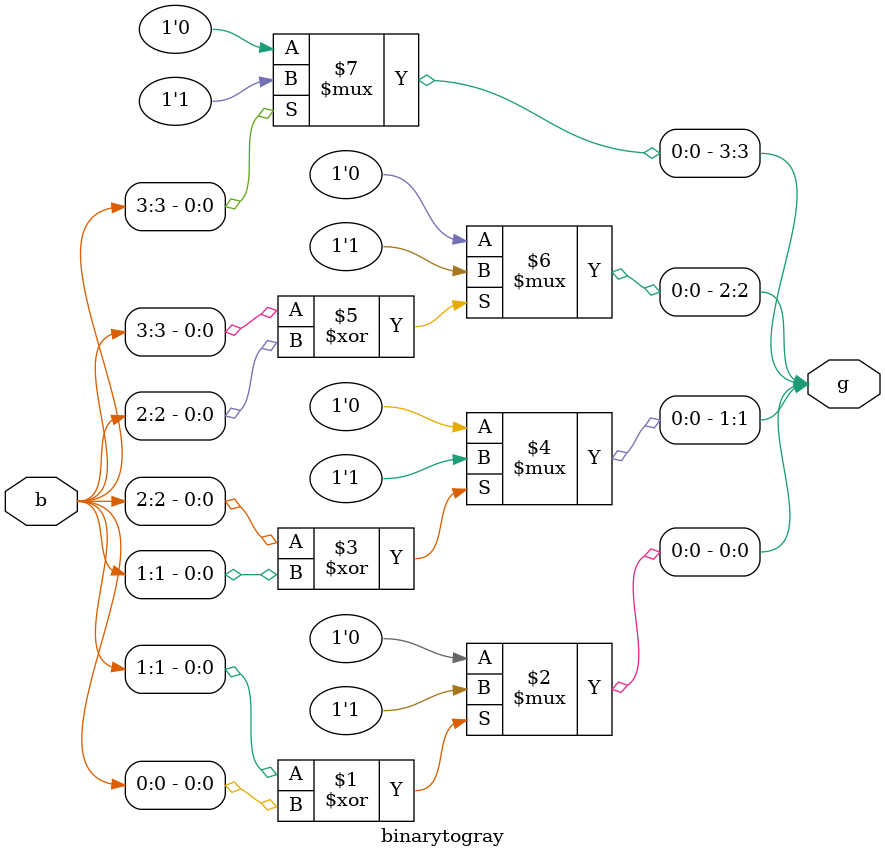
<source format=v>
module binarytogray(input [3:0]b,output [3:0]g);

assign g[3:0]= {b[3]?1'b1:1'b0,
               (b[3]^b[2])?1'b1:1'b0,
               (b[2]^b[1])?1'b1:1'b0,
               (b[1]^b[0])?1'b1:1'b0};

endmodule


</source>
